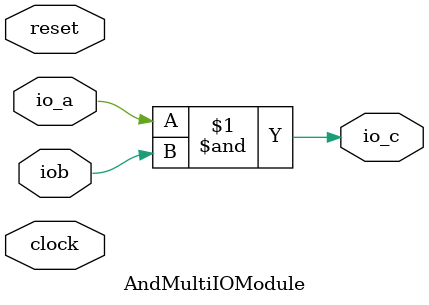
<source format=v>
module AndMultiIOModule(
  input   clock,
  input   reset,
  input   io_a,
  output  io_c,
  input   iob
);
  assign io_c = io_a & iob; // @[ModuleExample.scala 21:16]
endmodule

</source>
